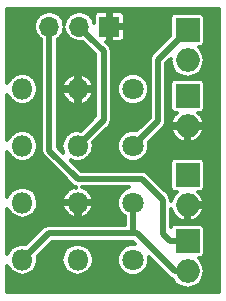
<source format=gtl>
G04 #@! TF.FileFunction,Copper,L1,Top,Signal*
%FSLAX46Y46*%
G04 Gerber Fmt 4.6, Leading zero omitted, Abs format (unit mm)*
G04 Created by KiCad (PCBNEW 4.0.4-1.fc24-product) date Tue Jun 12 10:11:22 2018*
%MOMM*%
%LPD*%
G01*
G04 APERTURE LIST*
%ADD10C,0.100000*%
%ADD11O,1.998980X1.998980*%
%ADD12R,1.998980X1.998980*%
%ADD13O,1.800000X1.800000*%
%ADD14C,1.800000*%
%ADD15R,1.700000X1.700000*%
%ADD16O,1.700000X1.700000*%
%ADD17C,0.500000*%
%ADD18C,0.300000*%
G04 APERTURE END LIST*
D10*
D11*
X152800000Y-89400000D03*
D12*
X152800000Y-86860000D03*
D13*
X143500000Y-95900000D03*
D14*
X148200000Y-95900000D03*
D13*
X138800000Y-95900000D03*
D14*
X148200000Y-100730000D03*
D13*
X143500000Y-100730000D03*
X138800000Y-100730000D03*
D14*
X148200000Y-91100000D03*
D13*
X143500000Y-91100000D03*
X138800000Y-91100000D03*
D14*
X148200000Y-86300000D03*
D13*
X143500000Y-86300000D03*
X138800000Y-86300000D03*
D11*
X152800000Y-83840000D03*
D12*
X152800000Y-81300000D03*
D11*
X152800000Y-96100000D03*
D12*
X152800000Y-93560000D03*
D11*
X152800000Y-101700000D03*
D12*
X152800000Y-99160000D03*
D15*
X146180000Y-81000000D03*
D16*
X143640000Y-81000000D03*
X141100000Y-81000000D03*
D17*
X152800000Y-81300000D02*
X150300000Y-83800000D01*
X150300000Y-83800000D02*
X150300000Y-89000000D01*
X150300000Y-89000000D02*
X149099999Y-90200001D01*
X149099999Y-90200001D02*
X148200000Y-91100000D01*
X143500000Y-91100000D02*
X145700000Y-88900000D01*
X145700000Y-88900000D02*
X145700000Y-83060000D01*
X145700000Y-83060000D02*
X144489999Y-81849999D01*
X144489999Y-81849999D02*
X143640000Y-81000000D01*
X152800000Y-99160000D02*
X151300510Y-99160000D01*
X143500000Y-93900000D02*
X141100000Y-91500000D01*
X151300510Y-99160000D02*
X150700000Y-98559490D01*
X150700000Y-98559490D02*
X150700000Y-95700000D01*
X150700000Y-95700000D02*
X148900000Y-93900000D01*
X148900000Y-93900000D02*
X143500000Y-93900000D01*
X141100000Y-91500000D02*
X141100000Y-82202081D01*
X141100000Y-82202081D02*
X141100000Y-81000000D01*
X148200000Y-98500000D02*
X148500000Y-98500000D01*
X148500000Y-98500000D02*
X151700000Y-101700000D01*
X151700000Y-101700000D02*
X152800000Y-101700000D01*
X138800000Y-100730000D02*
X141030000Y-98500000D01*
X141030000Y-98500000D02*
X148200000Y-98500000D01*
X148200000Y-98500000D02*
X148200000Y-95900000D01*
D18*
G36*
X155475000Y-103475000D02*
X137525000Y-103475000D01*
X137525000Y-101240012D01*
X137526315Y-101246623D01*
X137818958Y-101684594D01*
X138256929Y-101977237D01*
X138773552Y-102080000D01*
X138826448Y-102080000D01*
X139343071Y-101977237D01*
X139781042Y-101684594D01*
X140073685Y-101246623D01*
X140176448Y-100730000D01*
X142123552Y-100730000D01*
X142226315Y-101246623D01*
X142518958Y-101684594D01*
X142956929Y-101977237D01*
X143473552Y-102080000D01*
X143526448Y-102080000D01*
X144043071Y-101977237D01*
X144481042Y-101684594D01*
X144773685Y-101246623D01*
X144876448Y-100730000D01*
X144773685Y-100213377D01*
X144481042Y-99775406D01*
X144043071Y-99482763D01*
X143526448Y-99380000D01*
X143473552Y-99380000D01*
X142956929Y-99482763D01*
X142518958Y-99775406D01*
X142226315Y-100213377D01*
X142123552Y-100730000D01*
X140176448Y-100730000D01*
X140112324Y-100407626D01*
X141319950Y-99200000D01*
X148210050Y-99200000D01*
X148390216Y-99380166D01*
X147932647Y-99379766D01*
X147436285Y-99584858D01*
X147056193Y-99964288D01*
X146850235Y-100460290D01*
X146849766Y-100997353D01*
X147054858Y-101493715D01*
X147434288Y-101873807D01*
X147930290Y-102079765D01*
X148467353Y-102080234D01*
X148963715Y-101875142D01*
X149343807Y-101495712D01*
X149549765Y-100999710D01*
X149550166Y-100540116D01*
X151205023Y-102194972D01*
X151205025Y-102194975D01*
X151432122Y-102346716D01*
X151514277Y-102363057D01*
X151775056Y-102753341D01*
X152245304Y-103067551D01*
X152800000Y-103177887D01*
X153354696Y-103067551D01*
X153824944Y-102753341D01*
X154139154Y-102283093D01*
X154249490Y-101728397D01*
X154249490Y-101671603D01*
X154139154Y-101116907D01*
X153824944Y-100646659D01*
X153782511Y-100618306D01*
X153799490Y-100618306D01*
X153966250Y-100586928D01*
X154119409Y-100488373D01*
X154222158Y-100337995D01*
X154258306Y-100159490D01*
X154258306Y-98160510D01*
X154226928Y-97993750D01*
X154128373Y-97840591D01*
X153977995Y-97737842D01*
X153799490Y-97701694D01*
X151800510Y-97701694D01*
X151633750Y-97733072D01*
X151480591Y-97831627D01*
X151400000Y-97949576D01*
X151400000Y-96474713D01*
X151649107Y-96981192D01*
X152073931Y-97354543D01*
X152426314Y-97500493D01*
X152650000Y-97428549D01*
X152650000Y-96250000D01*
X152950000Y-96250000D01*
X152950000Y-97428549D01*
X153173686Y-97500493D01*
X153526069Y-97354543D01*
X153950893Y-96981192D01*
X154200504Y-96473688D01*
X154129219Y-96250000D01*
X152950000Y-96250000D01*
X152650000Y-96250000D01*
X152630000Y-96250000D01*
X152630000Y-95950000D01*
X152650000Y-95950000D01*
X152650000Y-95930000D01*
X152950000Y-95930000D01*
X152950000Y-95950000D01*
X154129219Y-95950000D01*
X154200504Y-95726312D01*
X153950893Y-95218808D01*
X153722748Y-95018306D01*
X153799490Y-95018306D01*
X153966250Y-94986928D01*
X154119409Y-94888373D01*
X154222158Y-94737995D01*
X154258306Y-94559490D01*
X154258306Y-92560510D01*
X154226928Y-92393750D01*
X154128373Y-92240591D01*
X153977995Y-92137842D01*
X153799490Y-92101694D01*
X151800510Y-92101694D01*
X151633750Y-92133072D01*
X151480591Y-92231627D01*
X151377842Y-92382005D01*
X151341694Y-92560510D01*
X151341694Y-94559490D01*
X151373072Y-94726250D01*
X151471627Y-94879409D01*
X151622005Y-94982158D01*
X151800510Y-95018306D01*
X151877252Y-95018306D01*
X151649107Y-95218808D01*
X151400000Y-95725287D01*
X151400000Y-95700000D01*
X151346716Y-95432122D01*
X151194975Y-95205025D01*
X151194972Y-95205023D01*
X149394975Y-93405025D01*
X149167879Y-93253284D01*
X148900000Y-93200000D01*
X143789949Y-93200000D01*
X142897431Y-92307482D01*
X142956929Y-92347237D01*
X143473552Y-92450000D01*
X143526448Y-92450000D01*
X144043071Y-92347237D01*
X144481042Y-92054594D01*
X144773685Y-91616623D01*
X144823268Y-91367353D01*
X146849766Y-91367353D01*
X147054858Y-91863715D01*
X147434288Y-92243807D01*
X147930290Y-92449765D01*
X148467353Y-92450234D01*
X148963715Y-92245142D01*
X149343807Y-91865712D01*
X149549765Y-91369710D01*
X149550234Y-90832647D01*
X149523063Y-90766887D01*
X150516262Y-89773688D01*
X151399496Y-89773688D01*
X151649107Y-90281192D01*
X152073931Y-90654543D01*
X152426314Y-90800493D01*
X152650000Y-90728549D01*
X152650000Y-89550000D01*
X152950000Y-89550000D01*
X152950000Y-90728549D01*
X153173686Y-90800493D01*
X153526069Y-90654543D01*
X153950893Y-90281192D01*
X154200504Y-89773688D01*
X154129219Y-89550000D01*
X152950000Y-89550000D01*
X152650000Y-89550000D01*
X151470781Y-89550000D01*
X151399496Y-89773688D01*
X150516262Y-89773688D01*
X150794975Y-89494975D01*
X150946716Y-89267879D01*
X151000001Y-89000000D01*
X151000000Y-88999995D01*
X151000000Y-85860510D01*
X151341694Y-85860510D01*
X151341694Y-87859490D01*
X151373072Y-88026250D01*
X151471627Y-88179409D01*
X151622005Y-88282158D01*
X151800510Y-88318306D01*
X151877252Y-88318306D01*
X151649107Y-88518808D01*
X151399496Y-89026312D01*
X151470781Y-89250000D01*
X152650000Y-89250000D01*
X152650000Y-89230000D01*
X152950000Y-89230000D01*
X152950000Y-89250000D01*
X154129219Y-89250000D01*
X154200504Y-89026312D01*
X153950893Y-88518808D01*
X153722748Y-88318306D01*
X153799490Y-88318306D01*
X153966250Y-88286928D01*
X154119409Y-88188373D01*
X154222158Y-88037995D01*
X154258306Y-87859490D01*
X154258306Y-85860510D01*
X154226928Y-85693750D01*
X154128373Y-85540591D01*
X153977995Y-85437842D01*
X153799490Y-85401694D01*
X151800510Y-85401694D01*
X151633750Y-85433072D01*
X151480591Y-85531627D01*
X151377842Y-85682005D01*
X151341694Y-85860510D01*
X151000000Y-85860510D01*
X151000000Y-84089950D01*
X151368428Y-83721522D01*
X151350510Y-83811603D01*
X151350510Y-83868397D01*
X151460846Y-84423093D01*
X151775056Y-84893341D01*
X152245304Y-85207551D01*
X152800000Y-85317887D01*
X153354696Y-85207551D01*
X153824944Y-84893341D01*
X154139154Y-84423093D01*
X154249490Y-83868397D01*
X154249490Y-83811603D01*
X154139154Y-83256907D01*
X153824944Y-82786659D01*
X153782511Y-82758306D01*
X153799490Y-82758306D01*
X153966250Y-82726928D01*
X154119409Y-82628373D01*
X154222158Y-82477995D01*
X154258306Y-82299490D01*
X154258306Y-80300510D01*
X154226928Y-80133750D01*
X154128373Y-79980591D01*
X153977995Y-79877842D01*
X153799490Y-79841694D01*
X151800510Y-79841694D01*
X151633750Y-79873072D01*
X151480591Y-79971627D01*
X151377842Y-80122005D01*
X151341694Y-80300510D01*
X151341694Y-81768356D01*
X149805025Y-83305025D01*
X149653284Y-83532121D01*
X149653284Y-83532122D01*
X149600000Y-83800000D01*
X149600000Y-88710050D01*
X148533378Y-89776672D01*
X148469710Y-89750235D01*
X147932647Y-89749766D01*
X147436285Y-89954858D01*
X147056193Y-90334288D01*
X146850235Y-90830290D01*
X146849766Y-91367353D01*
X144823268Y-91367353D01*
X144876448Y-91100000D01*
X144812324Y-90777626D01*
X146194975Y-89394975D01*
X146346716Y-89167879D01*
X146400000Y-88900000D01*
X146400000Y-86567353D01*
X146849766Y-86567353D01*
X147054858Y-87063715D01*
X147434288Y-87443807D01*
X147930290Y-87649765D01*
X148467353Y-87650234D01*
X148963715Y-87445142D01*
X149343807Y-87065712D01*
X149549765Y-86569710D01*
X149550234Y-86032647D01*
X149345142Y-85536285D01*
X148965712Y-85156193D01*
X148469710Y-84950235D01*
X147932647Y-84949766D01*
X147436285Y-85154858D01*
X147056193Y-85534288D01*
X146850235Y-86030290D01*
X146849766Y-86567353D01*
X146400000Y-86567353D01*
X146400000Y-83060000D01*
X146346716Y-82792122D01*
X146346716Y-82792121D01*
X146194975Y-82565025D01*
X145923725Y-82293775D01*
X146030000Y-82187500D01*
X146030000Y-81150000D01*
X146330000Y-81150000D01*
X146330000Y-82187500D01*
X146442500Y-82300000D01*
X147119510Y-82300000D01*
X147284904Y-82231492D01*
X147411491Y-82104905D01*
X147480000Y-81939511D01*
X147480000Y-81262500D01*
X147367500Y-81150000D01*
X146330000Y-81150000D01*
X146030000Y-81150000D01*
X146010000Y-81150000D01*
X146010000Y-80850000D01*
X146030000Y-80850000D01*
X146030000Y-79812500D01*
X146330000Y-79812500D01*
X146330000Y-80850000D01*
X147367500Y-80850000D01*
X147480000Y-80737500D01*
X147480000Y-80060489D01*
X147411491Y-79895095D01*
X147284904Y-79768508D01*
X147119510Y-79700000D01*
X146442500Y-79700000D01*
X146330000Y-79812500D01*
X146030000Y-79812500D01*
X145917500Y-79700000D01*
X145240490Y-79700000D01*
X145075096Y-79768508D01*
X144948509Y-79895095D01*
X144880000Y-80060489D01*
X144880000Y-80672892D01*
X144841043Y-80477043D01*
X144559239Y-80055292D01*
X144137488Y-79773488D01*
X143640000Y-79674531D01*
X143142512Y-79773488D01*
X142720761Y-80055292D01*
X142438957Y-80477043D01*
X142370000Y-80823712D01*
X142301043Y-80477043D01*
X142019239Y-80055292D01*
X141597488Y-79773488D01*
X141100000Y-79674531D01*
X140602512Y-79773488D01*
X140180761Y-80055292D01*
X139898957Y-80477043D01*
X139800000Y-80974531D01*
X139800000Y-81025469D01*
X139898957Y-81522957D01*
X140180761Y-81944708D01*
X140400000Y-82091198D01*
X140400000Y-91500000D01*
X140453284Y-91767879D01*
X140605025Y-91994975D01*
X143005023Y-94394972D01*
X143005025Y-94394975D01*
X143118574Y-94470846D01*
X143232121Y-94546716D01*
X143349998Y-94570163D01*
X143349998Y-94670846D01*
X143141966Y-94598330D01*
X142671092Y-94834427D01*
X142326412Y-95232748D01*
X142198342Y-95541968D01*
X142271625Y-95750000D01*
X143350000Y-95750000D01*
X143350000Y-95730000D01*
X143650000Y-95730000D01*
X143650000Y-95750000D01*
X144728375Y-95750000D01*
X144801658Y-95541968D01*
X144673588Y-95232748D01*
X144328908Y-94834427D01*
X143861365Y-94600000D01*
X147811071Y-94600000D01*
X147436285Y-94754858D01*
X147056193Y-95134288D01*
X146850235Y-95630290D01*
X146849766Y-96167353D01*
X147054858Y-96663715D01*
X147434288Y-97043807D01*
X147500000Y-97071093D01*
X147500000Y-97800000D01*
X141030000Y-97800000D01*
X140762122Y-97853284D01*
X140673089Y-97912774D01*
X140535025Y-98005025D01*
X139104702Y-99435348D01*
X138826448Y-99380000D01*
X138773552Y-99380000D01*
X138256929Y-99482763D01*
X137818958Y-99775406D01*
X137526315Y-100213377D01*
X137525000Y-100219988D01*
X137525000Y-96410012D01*
X137526315Y-96416623D01*
X137818958Y-96854594D01*
X138256929Y-97147237D01*
X138773552Y-97250000D01*
X138826448Y-97250000D01*
X139343071Y-97147237D01*
X139781042Y-96854594D01*
X140073685Y-96416623D01*
X140105230Y-96258032D01*
X142198342Y-96258032D01*
X142326412Y-96567252D01*
X142671092Y-96965573D01*
X143141966Y-97201670D01*
X143350000Y-97129153D01*
X143350000Y-96050000D01*
X143650000Y-96050000D01*
X143650000Y-97129153D01*
X143858034Y-97201670D01*
X144328908Y-96965573D01*
X144673588Y-96567252D01*
X144801658Y-96258032D01*
X144728375Y-96050000D01*
X143650000Y-96050000D01*
X143350000Y-96050000D01*
X142271625Y-96050000D01*
X142198342Y-96258032D01*
X140105230Y-96258032D01*
X140176448Y-95900000D01*
X140073685Y-95383377D01*
X139781042Y-94945406D01*
X139343071Y-94652763D01*
X138826448Y-94550000D01*
X138773552Y-94550000D01*
X138256929Y-94652763D01*
X137818958Y-94945406D01*
X137526315Y-95383377D01*
X137525000Y-95389988D01*
X137525000Y-91610012D01*
X137526315Y-91616623D01*
X137818958Y-92054594D01*
X138256929Y-92347237D01*
X138773552Y-92450000D01*
X138826448Y-92450000D01*
X139343071Y-92347237D01*
X139781042Y-92054594D01*
X140073685Y-91616623D01*
X140176448Y-91100000D01*
X140073685Y-90583377D01*
X139781042Y-90145406D01*
X139343071Y-89852763D01*
X138826448Y-89750000D01*
X138773552Y-89750000D01*
X138256929Y-89852763D01*
X137818958Y-90145406D01*
X137526315Y-90583377D01*
X137525000Y-90589988D01*
X137525000Y-86810012D01*
X137526315Y-86816623D01*
X137818958Y-87254594D01*
X138256929Y-87547237D01*
X138773552Y-87650000D01*
X138826448Y-87650000D01*
X139343071Y-87547237D01*
X139781042Y-87254594D01*
X140073685Y-86816623D01*
X140176448Y-86300000D01*
X140073685Y-85783377D01*
X139781042Y-85345406D01*
X139343071Y-85052763D01*
X138826448Y-84950000D01*
X138773552Y-84950000D01*
X138256929Y-85052763D01*
X137818958Y-85345406D01*
X137526315Y-85783377D01*
X137525000Y-85789988D01*
X137525000Y-79525000D01*
X155475000Y-79525000D01*
X155475000Y-103475000D01*
X155475000Y-103475000D01*
G37*
X155475000Y-103475000D02*
X137525000Y-103475000D01*
X137525000Y-101240012D01*
X137526315Y-101246623D01*
X137818958Y-101684594D01*
X138256929Y-101977237D01*
X138773552Y-102080000D01*
X138826448Y-102080000D01*
X139343071Y-101977237D01*
X139781042Y-101684594D01*
X140073685Y-101246623D01*
X140176448Y-100730000D01*
X142123552Y-100730000D01*
X142226315Y-101246623D01*
X142518958Y-101684594D01*
X142956929Y-101977237D01*
X143473552Y-102080000D01*
X143526448Y-102080000D01*
X144043071Y-101977237D01*
X144481042Y-101684594D01*
X144773685Y-101246623D01*
X144876448Y-100730000D01*
X144773685Y-100213377D01*
X144481042Y-99775406D01*
X144043071Y-99482763D01*
X143526448Y-99380000D01*
X143473552Y-99380000D01*
X142956929Y-99482763D01*
X142518958Y-99775406D01*
X142226315Y-100213377D01*
X142123552Y-100730000D01*
X140176448Y-100730000D01*
X140112324Y-100407626D01*
X141319950Y-99200000D01*
X148210050Y-99200000D01*
X148390216Y-99380166D01*
X147932647Y-99379766D01*
X147436285Y-99584858D01*
X147056193Y-99964288D01*
X146850235Y-100460290D01*
X146849766Y-100997353D01*
X147054858Y-101493715D01*
X147434288Y-101873807D01*
X147930290Y-102079765D01*
X148467353Y-102080234D01*
X148963715Y-101875142D01*
X149343807Y-101495712D01*
X149549765Y-100999710D01*
X149550166Y-100540116D01*
X151205023Y-102194972D01*
X151205025Y-102194975D01*
X151432122Y-102346716D01*
X151514277Y-102363057D01*
X151775056Y-102753341D01*
X152245304Y-103067551D01*
X152800000Y-103177887D01*
X153354696Y-103067551D01*
X153824944Y-102753341D01*
X154139154Y-102283093D01*
X154249490Y-101728397D01*
X154249490Y-101671603D01*
X154139154Y-101116907D01*
X153824944Y-100646659D01*
X153782511Y-100618306D01*
X153799490Y-100618306D01*
X153966250Y-100586928D01*
X154119409Y-100488373D01*
X154222158Y-100337995D01*
X154258306Y-100159490D01*
X154258306Y-98160510D01*
X154226928Y-97993750D01*
X154128373Y-97840591D01*
X153977995Y-97737842D01*
X153799490Y-97701694D01*
X151800510Y-97701694D01*
X151633750Y-97733072D01*
X151480591Y-97831627D01*
X151400000Y-97949576D01*
X151400000Y-96474713D01*
X151649107Y-96981192D01*
X152073931Y-97354543D01*
X152426314Y-97500493D01*
X152650000Y-97428549D01*
X152650000Y-96250000D01*
X152950000Y-96250000D01*
X152950000Y-97428549D01*
X153173686Y-97500493D01*
X153526069Y-97354543D01*
X153950893Y-96981192D01*
X154200504Y-96473688D01*
X154129219Y-96250000D01*
X152950000Y-96250000D01*
X152650000Y-96250000D01*
X152630000Y-96250000D01*
X152630000Y-95950000D01*
X152650000Y-95950000D01*
X152650000Y-95930000D01*
X152950000Y-95930000D01*
X152950000Y-95950000D01*
X154129219Y-95950000D01*
X154200504Y-95726312D01*
X153950893Y-95218808D01*
X153722748Y-95018306D01*
X153799490Y-95018306D01*
X153966250Y-94986928D01*
X154119409Y-94888373D01*
X154222158Y-94737995D01*
X154258306Y-94559490D01*
X154258306Y-92560510D01*
X154226928Y-92393750D01*
X154128373Y-92240591D01*
X153977995Y-92137842D01*
X153799490Y-92101694D01*
X151800510Y-92101694D01*
X151633750Y-92133072D01*
X151480591Y-92231627D01*
X151377842Y-92382005D01*
X151341694Y-92560510D01*
X151341694Y-94559490D01*
X151373072Y-94726250D01*
X151471627Y-94879409D01*
X151622005Y-94982158D01*
X151800510Y-95018306D01*
X151877252Y-95018306D01*
X151649107Y-95218808D01*
X151400000Y-95725287D01*
X151400000Y-95700000D01*
X151346716Y-95432122D01*
X151194975Y-95205025D01*
X151194972Y-95205023D01*
X149394975Y-93405025D01*
X149167879Y-93253284D01*
X148900000Y-93200000D01*
X143789949Y-93200000D01*
X142897431Y-92307482D01*
X142956929Y-92347237D01*
X143473552Y-92450000D01*
X143526448Y-92450000D01*
X144043071Y-92347237D01*
X144481042Y-92054594D01*
X144773685Y-91616623D01*
X144823268Y-91367353D01*
X146849766Y-91367353D01*
X147054858Y-91863715D01*
X147434288Y-92243807D01*
X147930290Y-92449765D01*
X148467353Y-92450234D01*
X148963715Y-92245142D01*
X149343807Y-91865712D01*
X149549765Y-91369710D01*
X149550234Y-90832647D01*
X149523063Y-90766887D01*
X150516262Y-89773688D01*
X151399496Y-89773688D01*
X151649107Y-90281192D01*
X152073931Y-90654543D01*
X152426314Y-90800493D01*
X152650000Y-90728549D01*
X152650000Y-89550000D01*
X152950000Y-89550000D01*
X152950000Y-90728549D01*
X153173686Y-90800493D01*
X153526069Y-90654543D01*
X153950893Y-90281192D01*
X154200504Y-89773688D01*
X154129219Y-89550000D01*
X152950000Y-89550000D01*
X152650000Y-89550000D01*
X151470781Y-89550000D01*
X151399496Y-89773688D01*
X150516262Y-89773688D01*
X150794975Y-89494975D01*
X150946716Y-89267879D01*
X151000001Y-89000000D01*
X151000000Y-88999995D01*
X151000000Y-85860510D01*
X151341694Y-85860510D01*
X151341694Y-87859490D01*
X151373072Y-88026250D01*
X151471627Y-88179409D01*
X151622005Y-88282158D01*
X151800510Y-88318306D01*
X151877252Y-88318306D01*
X151649107Y-88518808D01*
X151399496Y-89026312D01*
X151470781Y-89250000D01*
X152650000Y-89250000D01*
X152650000Y-89230000D01*
X152950000Y-89230000D01*
X152950000Y-89250000D01*
X154129219Y-89250000D01*
X154200504Y-89026312D01*
X153950893Y-88518808D01*
X153722748Y-88318306D01*
X153799490Y-88318306D01*
X153966250Y-88286928D01*
X154119409Y-88188373D01*
X154222158Y-88037995D01*
X154258306Y-87859490D01*
X154258306Y-85860510D01*
X154226928Y-85693750D01*
X154128373Y-85540591D01*
X153977995Y-85437842D01*
X153799490Y-85401694D01*
X151800510Y-85401694D01*
X151633750Y-85433072D01*
X151480591Y-85531627D01*
X151377842Y-85682005D01*
X151341694Y-85860510D01*
X151000000Y-85860510D01*
X151000000Y-84089950D01*
X151368428Y-83721522D01*
X151350510Y-83811603D01*
X151350510Y-83868397D01*
X151460846Y-84423093D01*
X151775056Y-84893341D01*
X152245304Y-85207551D01*
X152800000Y-85317887D01*
X153354696Y-85207551D01*
X153824944Y-84893341D01*
X154139154Y-84423093D01*
X154249490Y-83868397D01*
X154249490Y-83811603D01*
X154139154Y-83256907D01*
X153824944Y-82786659D01*
X153782511Y-82758306D01*
X153799490Y-82758306D01*
X153966250Y-82726928D01*
X154119409Y-82628373D01*
X154222158Y-82477995D01*
X154258306Y-82299490D01*
X154258306Y-80300510D01*
X154226928Y-80133750D01*
X154128373Y-79980591D01*
X153977995Y-79877842D01*
X153799490Y-79841694D01*
X151800510Y-79841694D01*
X151633750Y-79873072D01*
X151480591Y-79971627D01*
X151377842Y-80122005D01*
X151341694Y-80300510D01*
X151341694Y-81768356D01*
X149805025Y-83305025D01*
X149653284Y-83532121D01*
X149653284Y-83532122D01*
X149600000Y-83800000D01*
X149600000Y-88710050D01*
X148533378Y-89776672D01*
X148469710Y-89750235D01*
X147932647Y-89749766D01*
X147436285Y-89954858D01*
X147056193Y-90334288D01*
X146850235Y-90830290D01*
X146849766Y-91367353D01*
X144823268Y-91367353D01*
X144876448Y-91100000D01*
X144812324Y-90777626D01*
X146194975Y-89394975D01*
X146346716Y-89167879D01*
X146400000Y-88900000D01*
X146400000Y-86567353D01*
X146849766Y-86567353D01*
X147054858Y-87063715D01*
X147434288Y-87443807D01*
X147930290Y-87649765D01*
X148467353Y-87650234D01*
X148963715Y-87445142D01*
X149343807Y-87065712D01*
X149549765Y-86569710D01*
X149550234Y-86032647D01*
X149345142Y-85536285D01*
X148965712Y-85156193D01*
X148469710Y-84950235D01*
X147932647Y-84949766D01*
X147436285Y-85154858D01*
X147056193Y-85534288D01*
X146850235Y-86030290D01*
X146849766Y-86567353D01*
X146400000Y-86567353D01*
X146400000Y-83060000D01*
X146346716Y-82792122D01*
X146346716Y-82792121D01*
X146194975Y-82565025D01*
X145923725Y-82293775D01*
X146030000Y-82187500D01*
X146030000Y-81150000D01*
X146330000Y-81150000D01*
X146330000Y-82187500D01*
X146442500Y-82300000D01*
X147119510Y-82300000D01*
X147284904Y-82231492D01*
X147411491Y-82104905D01*
X147480000Y-81939511D01*
X147480000Y-81262500D01*
X147367500Y-81150000D01*
X146330000Y-81150000D01*
X146030000Y-81150000D01*
X146010000Y-81150000D01*
X146010000Y-80850000D01*
X146030000Y-80850000D01*
X146030000Y-79812500D01*
X146330000Y-79812500D01*
X146330000Y-80850000D01*
X147367500Y-80850000D01*
X147480000Y-80737500D01*
X147480000Y-80060489D01*
X147411491Y-79895095D01*
X147284904Y-79768508D01*
X147119510Y-79700000D01*
X146442500Y-79700000D01*
X146330000Y-79812500D01*
X146030000Y-79812500D01*
X145917500Y-79700000D01*
X145240490Y-79700000D01*
X145075096Y-79768508D01*
X144948509Y-79895095D01*
X144880000Y-80060489D01*
X144880000Y-80672892D01*
X144841043Y-80477043D01*
X144559239Y-80055292D01*
X144137488Y-79773488D01*
X143640000Y-79674531D01*
X143142512Y-79773488D01*
X142720761Y-80055292D01*
X142438957Y-80477043D01*
X142370000Y-80823712D01*
X142301043Y-80477043D01*
X142019239Y-80055292D01*
X141597488Y-79773488D01*
X141100000Y-79674531D01*
X140602512Y-79773488D01*
X140180761Y-80055292D01*
X139898957Y-80477043D01*
X139800000Y-80974531D01*
X139800000Y-81025469D01*
X139898957Y-81522957D01*
X140180761Y-81944708D01*
X140400000Y-82091198D01*
X140400000Y-91500000D01*
X140453284Y-91767879D01*
X140605025Y-91994975D01*
X143005023Y-94394972D01*
X143005025Y-94394975D01*
X143118574Y-94470846D01*
X143232121Y-94546716D01*
X143349998Y-94570163D01*
X143349998Y-94670846D01*
X143141966Y-94598330D01*
X142671092Y-94834427D01*
X142326412Y-95232748D01*
X142198342Y-95541968D01*
X142271625Y-95750000D01*
X143350000Y-95750000D01*
X143350000Y-95730000D01*
X143650000Y-95730000D01*
X143650000Y-95750000D01*
X144728375Y-95750000D01*
X144801658Y-95541968D01*
X144673588Y-95232748D01*
X144328908Y-94834427D01*
X143861365Y-94600000D01*
X147811071Y-94600000D01*
X147436285Y-94754858D01*
X147056193Y-95134288D01*
X146850235Y-95630290D01*
X146849766Y-96167353D01*
X147054858Y-96663715D01*
X147434288Y-97043807D01*
X147500000Y-97071093D01*
X147500000Y-97800000D01*
X141030000Y-97800000D01*
X140762122Y-97853284D01*
X140673089Y-97912774D01*
X140535025Y-98005025D01*
X139104702Y-99435348D01*
X138826448Y-99380000D01*
X138773552Y-99380000D01*
X138256929Y-99482763D01*
X137818958Y-99775406D01*
X137526315Y-100213377D01*
X137525000Y-100219988D01*
X137525000Y-96410012D01*
X137526315Y-96416623D01*
X137818958Y-96854594D01*
X138256929Y-97147237D01*
X138773552Y-97250000D01*
X138826448Y-97250000D01*
X139343071Y-97147237D01*
X139781042Y-96854594D01*
X140073685Y-96416623D01*
X140105230Y-96258032D01*
X142198342Y-96258032D01*
X142326412Y-96567252D01*
X142671092Y-96965573D01*
X143141966Y-97201670D01*
X143350000Y-97129153D01*
X143350000Y-96050000D01*
X143650000Y-96050000D01*
X143650000Y-97129153D01*
X143858034Y-97201670D01*
X144328908Y-96965573D01*
X144673588Y-96567252D01*
X144801658Y-96258032D01*
X144728375Y-96050000D01*
X143650000Y-96050000D01*
X143350000Y-96050000D01*
X142271625Y-96050000D01*
X142198342Y-96258032D01*
X140105230Y-96258032D01*
X140176448Y-95900000D01*
X140073685Y-95383377D01*
X139781042Y-94945406D01*
X139343071Y-94652763D01*
X138826448Y-94550000D01*
X138773552Y-94550000D01*
X138256929Y-94652763D01*
X137818958Y-94945406D01*
X137526315Y-95383377D01*
X137525000Y-95389988D01*
X137525000Y-91610012D01*
X137526315Y-91616623D01*
X137818958Y-92054594D01*
X138256929Y-92347237D01*
X138773552Y-92450000D01*
X138826448Y-92450000D01*
X139343071Y-92347237D01*
X139781042Y-92054594D01*
X140073685Y-91616623D01*
X140176448Y-91100000D01*
X140073685Y-90583377D01*
X139781042Y-90145406D01*
X139343071Y-89852763D01*
X138826448Y-89750000D01*
X138773552Y-89750000D01*
X138256929Y-89852763D01*
X137818958Y-90145406D01*
X137526315Y-90583377D01*
X137525000Y-90589988D01*
X137525000Y-86810012D01*
X137526315Y-86816623D01*
X137818958Y-87254594D01*
X138256929Y-87547237D01*
X138773552Y-87650000D01*
X138826448Y-87650000D01*
X139343071Y-87547237D01*
X139781042Y-87254594D01*
X140073685Y-86816623D01*
X140176448Y-86300000D01*
X140073685Y-85783377D01*
X139781042Y-85345406D01*
X139343071Y-85052763D01*
X138826448Y-84950000D01*
X138773552Y-84950000D01*
X138256929Y-85052763D01*
X137818958Y-85345406D01*
X137526315Y-85783377D01*
X137525000Y-85789988D01*
X137525000Y-79525000D01*
X155475000Y-79525000D01*
X155475000Y-103475000D01*
G36*
X142438957Y-81522957D02*
X142720761Y-81944708D01*
X143142512Y-82226512D01*
X143640000Y-82325469D01*
X143919853Y-82269803D01*
X145000000Y-83349950D01*
X145000000Y-88610050D01*
X143804702Y-89805348D01*
X143526448Y-89750000D01*
X143473552Y-89750000D01*
X142956929Y-89852763D01*
X142518958Y-90145406D01*
X142226315Y-90583377D01*
X142123552Y-91100000D01*
X142226315Y-91616623D01*
X142266069Y-91676120D01*
X141800000Y-91210050D01*
X141800000Y-86658032D01*
X142198342Y-86658032D01*
X142326412Y-86967252D01*
X142671092Y-87365573D01*
X143141966Y-87601670D01*
X143350000Y-87529153D01*
X143350000Y-86450000D01*
X143650000Y-86450000D01*
X143650000Y-87529153D01*
X143858034Y-87601670D01*
X144328908Y-87365573D01*
X144673588Y-86967252D01*
X144801658Y-86658032D01*
X144728375Y-86450000D01*
X143650000Y-86450000D01*
X143350000Y-86450000D01*
X142271625Y-86450000D01*
X142198342Y-86658032D01*
X141800000Y-86658032D01*
X141800000Y-85941968D01*
X142198342Y-85941968D01*
X142271625Y-86150000D01*
X143350000Y-86150000D01*
X143350000Y-85070847D01*
X143650000Y-85070847D01*
X143650000Y-86150000D01*
X144728375Y-86150000D01*
X144801658Y-85941968D01*
X144673588Y-85632748D01*
X144328908Y-85234427D01*
X143858034Y-84998330D01*
X143650000Y-85070847D01*
X143350000Y-85070847D01*
X143141966Y-84998330D01*
X142671092Y-85234427D01*
X142326412Y-85632748D01*
X142198342Y-85941968D01*
X141800000Y-85941968D01*
X141800000Y-82091198D01*
X142019239Y-81944708D01*
X142301043Y-81522957D01*
X142370000Y-81176288D01*
X142438957Y-81522957D01*
X142438957Y-81522957D01*
G37*
X142438957Y-81522957D02*
X142720761Y-81944708D01*
X143142512Y-82226512D01*
X143640000Y-82325469D01*
X143919853Y-82269803D01*
X145000000Y-83349950D01*
X145000000Y-88610050D01*
X143804702Y-89805348D01*
X143526448Y-89750000D01*
X143473552Y-89750000D01*
X142956929Y-89852763D01*
X142518958Y-90145406D01*
X142226315Y-90583377D01*
X142123552Y-91100000D01*
X142226315Y-91616623D01*
X142266069Y-91676120D01*
X141800000Y-91210050D01*
X141800000Y-86658032D01*
X142198342Y-86658032D01*
X142326412Y-86967252D01*
X142671092Y-87365573D01*
X143141966Y-87601670D01*
X143350000Y-87529153D01*
X143350000Y-86450000D01*
X143650000Y-86450000D01*
X143650000Y-87529153D01*
X143858034Y-87601670D01*
X144328908Y-87365573D01*
X144673588Y-86967252D01*
X144801658Y-86658032D01*
X144728375Y-86450000D01*
X143650000Y-86450000D01*
X143350000Y-86450000D01*
X142271625Y-86450000D01*
X142198342Y-86658032D01*
X141800000Y-86658032D01*
X141800000Y-85941968D01*
X142198342Y-85941968D01*
X142271625Y-86150000D01*
X143350000Y-86150000D01*
X143350000Y-85070847D01*
X143650000Y-85070847D01*
X143650000Y-86150000D01*
X144728375Y-86150000D01*
X144801658Y-85941968D01*
X144673588Y-85632748D01*
X144328908Y-85234427D01*
X143858034Y-84998330D01*
X143650000Y-85070847D01*
X143350000Y-85070847D01*
X143141966Y-84998330D01*
X142671092Y-85234427D01*
X142326412Y-85632748D01*
X142198342Y-85941968D01*
X141800000Y-85941968D01*
X141800000Y-82091198D01*
X142019239Y-81944708D01*
X142301043Y-81522957D01*
X142370000Y-81176288D01*
X142438957Y-81522957D01*
M02*

</source>
